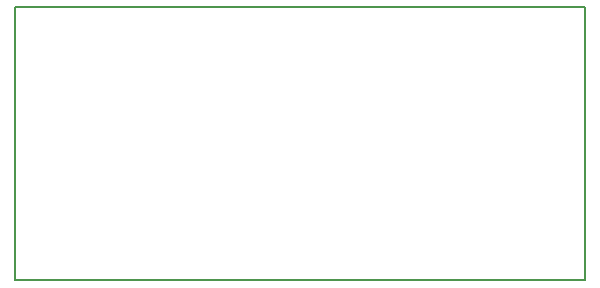
<source format=gbr>
G04 #@! TF.FileFunction,Profile,NP*
%FSLAX46Y46*%
G04 Gerber Fmt 4.6, Leading zero omitted, Abs format (unit mm)*
G04 Created by KiCad (PCBNEW 4.0.1-stable) date 8/1/2016 6:35:50 PM*
%MOMM*%
G01*
G04 APERTURE LIST*
%ADD10C,0.100000*%
%ADD11C,0.150000*%
G04 APERTURE END LIST*
D10*
D11*
X48260000Y0D02*
X0Y0D01*
X48260000Y23114000D02*
X48260000Y0D01*
X0Y23114000D02*
X48260000Y23114000D01*
X0Y0D02*
X0Y23114000D01*
M02*

</source>
